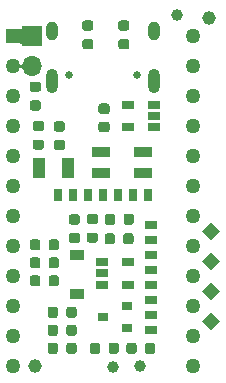
<source format=gbr>
G04 #@! TF.GenerationSoftware,KiCad,Pcbnew,(5.1.10)-1*
G04 #@! TF.CreationDate,2021-09-27T22:25:22-06:00*
G04 #@! TF.ProjectId,BlueMicro833_vddh,426c7565-4d69-4637-926f-3833335f7664,rev?*
G04 #@! TF.SameCoordinates,Original*
G04 #@! TF.FileFunction,Soldermask,Top*
G04 #@! TF.FilePolarity,Negative*
%FSLAX46Y46*%
G04 Gerber Fmt 4.6, Leading zero omitted, Abs format (unit mm)*
G04 Created by KiCad (PCBNEW (5.1.10)-1) date 2021-09-27 22:25:22*
%MOMM*%
%LPD*%
G01*
G04 APERTURE LIST*
%ADD10C,1.152000*%
%ADD11R,1.600000X0.850000*%
%ADD12C,1.270000*%
%ADD13R,1.250000X1.250000*%
%ADD14O,1.000000X2.100000*%
%ADD15C,0.650000*%
%ADD16O,1.000000X1.600000*%
%ADD17R,1.000000X0.650000*%
%ADD18R,0.650000X1.000000*%
%ADD19R,1.000000X1.800000*%
%ADD20R,1.060000X0.650000*%
%ADD21R,1.200000X0.900000*%
%ADD22R,0.900000X0.800000*%
%ADD23C,1.000000*%
%ADD24C,0.100000*%
%ADD25R,1.700000X1.700000*%
%ADD26O,1.700000X1.700000*%
G04 APERTURE END LIST*
D10*
X98086533Y-140292775D03*
X112818533Y-110828775D03*
G36*
G01*
X104153133Y-118936575D02*
X103653133Y-118936575D01*
G75*
G02*
X103428133Y-118711575I0J225000D01*
G01*
X103428133Y-118261575D01*
G75*
G02*
X103653133Y-118036575I225000J0D01*
G01*
X104153133Y-118036575D01*
G75*
G02*
X104378133Y-118261575I0J-225000D01*
G01*
X104378133Y-118711575D01*
G75*
G02*
X104153133Y-118936575I-225000J0D01*
G01*
G37*
G36*
G01*
X104153133Y-120486575D02*
X103653133Y-120486575D01*
G75*
G02*
X103428133Y-120261575I0J225000D01*
G01*
X103428133Y-119811575D01*
G75*
G02*
X103653133Y-119586575I225000J0D01*
G01*
X104153133Y-119586575D01*
G75*
G02*
X104378133Y-119811575I0J-225000D01*
G01*
X104378133Y-120261575D01*
G75*
G02*
X104153133Y-120486575I-225000J0D01*
G01*
G37*
D11*
X103677133Y-122145775D03*
X103677133Y-123895775D03*
X107177133Y-122145775D03*
X107177133Y-123895775D03*
D12*
X111421533Y-112352775D03*
X111421533Y-114892775D03*
X111421533Y-117432775D03*
X111421533Y-119972775D03*
X111421533Y-122512775D03*
X111421533Y-125052775D03*
X111421533Y-127592775D03*
X111421533Y-130132775D03*
X111421533Y-132672775D03*
X111421533Y-135212775D03*
X111421533Y-137752775D03*
X111421533Y-140292775D03*
X96181533Y-140292775D03*
X96181533Y-137752775D03*
X96181533Y-135212775D03*
X96181533Y-132672775D03*
X96181533Y-130132775D03*
X96181533Y-127592775D03*
X96181533Y-125052775D03*
X96181533Y-122512775D03*
X96181533Y-119972775D03*
X96181533Y-117432775D03*
X96181533Y-114892775D03*
D13*
X96181533Y-112352775D03*
D14*
X108121533Y-116117775D03*
X99481533Y-116117775D03*
D15*
X100911533Y-115587775D03*
D16*
X99481533Y-111937775D03*
D15*
X106691533Y-115587775D03*
D16*
X108121533Y-111937775D03*
D17*
X107842533Y-128354775D03*
X107842533Y-129624775D03*
X107842533Y-130894775D03*
X107842533Y-132164775D03*
X107842533Y-133434775D03*
X107842533Y-134704775D03*
X107842533Y-135974775D03*
X107842533Y-137244775D03*
D18*
X101238533Y-125814775D03*
X99968533Y-125814775D03*
X105048533Y-125814775D03*
X102508533Y-125814775D03*
X106318533Y-125814775D03*
X107588533Y-125814775D03*
X103778533Y-125814775D03*
G36*
G01*
X101572033Y-138512525D02*
X101572033Y-139025025D01*
G75*
G02*
X101353283Y-139243775I-218750J0D01*
G01*
X100915783Y-139243775D01*
G75*
G02*
X100697033Y-139025025I0J218750D01*
G01*
X100697033Y-138512525D01*
G75*
G02*
X100915783Y-138293775I218750J0D01*
G01*
X101353283Y-138293775D01*
G75*
G02*
X101572033Y-138512525I0J-218750D01*
G01*
G37*
G36*
G01*
X99997033Y-138512525D02*
X99997033Y-139025025D01*
G75*
G02*
X99778283Y-139243775I-218750J0D01*
G01*
X99340783Y-139243775D01*
G75*
G02*
X99122033Y-139025025I0J218750D01*
G01*
X99122033Y-138512525D01*
G75*
G02*
X99340783Y-138293775I218750J0D01*
G01*
X99778283Y-138293775D01*
G75*
G02*
X99997033Y-138512525I0J-218750D01*
G01*
G37*
G36*
G01*
X103973533Y-128103025D02*
X103973533Y-127590525D01*
G75*
G02*
X104192283Y-127371775I218750J0D01*
G01*
X104629783Y-127371775D01*
G75*
G02*
X104848533Y-127590525I0J-218750D01*
G01*
X104848533Y-128103025D01*
G75*
G02*
X104629783Y-128321775I-218750J0D01*
G01*
X104192283Y-128321775D01*
G75*
G02*
X103973533Y-128103025I0J218750D01*
G01*
G37*
G36*
G01*
X105548533Y-128103025D02*
X105548533Y-127590525D01*
G75*
G02*
X105767283Y-127371775I218750J0D01*
G01*
X106204783Y-127371775D01*
G75*
G02*
X106423533Y-127590525I0J-218750D01*
G01*
X106423533Y-128103025D01*
G75*
G02*
X106204783Y-128321775I-218750J0D01*
G01*
X105767283Y-128321775D01*
G75*
G02*
X105548533Y-128103025I0J218750D01*
G01*
G37*
D19*
X98360533Y-123528775D03*
X100860533Y-123528775D03*
D20*
X103717533Y-131468775D03*
X103717533Y-132418775D03*
X103717533Y-133368775D03*
X105917533Y-133368775D03*
X105917533Y-131468775D03*
G36*
G01*
X105777034Y-139025025D02*
X105777034Y-138512525D01*
G75*
G02*
X105995784Y-138293775I218750J0D01*
G01*
X106433284Y-138293775D01*
G75*
G02*
X106652034Y-138512525I0J-218750D01*
G01*
X106652034Y-139025025D01*
G75*
G02*
X106433284Y-139243775I-218750J0D01*
G01*
X105995784Y-139243775D01*
G75*
G02*
X105777034Y-139025025I0J218750D01*
G01*
G37*
G36*
G01*
X107352034Y-139025025D02*
X107352034Y-138512525D01*
G75*
G02*
X107570784Y-138293775I218750J0D01*
G01*
X108008284Y-138293775D01*
G75*
G02*
X108227034Y-138512525I0J-218750D01*
G01*
X108227034Y-139025025D01*
G75*
G02*
X108008284Y-139243775I-218750J0D01*
G01*
X107570784Y-139243775D01*
G75*
G02*
X107352034Y-139025025I0J218750D01*
G01*
G37*
G36*
G01*
X98596783Y-121959775D02*
X98084283Y-121959775D01*
G75*
G02*
X97865533Y-121741025I0J218750D01*
G01*
X97865533Y-121303525D01*
G75*
G02*
X98084283Y-121084775I218750J0D01*
G01*
X98596783Y-121084775D01*
G75*
G02*
X98815533Y-121303525I0J-218750D01*
G01*
X98815533Y-121741025D01*
G75*
G02*
X98596783Y-121959775I-218750J0D01*
G01*
G37*
G36*
G01*
X98596783Y-120384775D02*
X98084283Y-120384775D01*
G75*
G02*
X97865533Y-120166025I0J218750D01*
G01*
X97865533Y-119728525D01*
G75*
G02*
X98084283Y-119509775I218750J0D01*
G01*
X98596783Y-119509775D01*
G75*
G02*
X98815533Y-119728525I0J-218750D01*
G01*
X98815533Y-120166025D01*
G75*
G02*
X98596783Y-120384775I-218750J0D01*
G01*
G37*
G36*
G01*
X99862283Y-119535276D02*
X100374783Y-119535276D01*
G75*
G02*
X100593533Y-119754026I0J-218750D01*
G01*
X100593533Y-120191526D01*
G75*
G02*
X100374783Y-120410276I-218750J0D01*
G01*
X99862283Y-120410276D01*
G75*
G02*
X99643533Y-120191526I0J218750D01*
G01*
X99643533Y-119754026D01*
G75*
G02*
X99862283Y-119535276I218750J0D01*
G01*
G37*
G36*
G01*
X99862283Y-121110276D02*
X100374783Y-121110276D01*
G75*
G02*
X100593533Y-121329026I0J-218750D01*
G01*
X100593533Y-121766526D01*
G75*
G02*
X100374783Y-121985276I-218750J0D01*
G01*
X99862283Y-121985276D01*
G75*
G02*
X99643533Y-121766526I0J218750D01*
G01*
X99643533Y-121329026D01*
G75*
G02*
X99862283Y-121110276I218750J0D01*
G01*
G37*
G36*
G01*
X98342783Y-118632275D02*
X97830283Y-118632275D01*
G75*
G02*
X97611533Y-118413525I0J218750D01*
G01*
X97611533Y-117976025D01*
G75*
G02*
X97830283Y-117757275I218750J0D01*
G01*
X98342783Y-117757275D01*
G75*
G02*
X98561533Y-117976025I0J-218750D01*
G01*
X98561533Y-118413525D01*
G75*
G02*
X98342783Y-118632275I-218750J0D01*
G01*
G37*
G36*
G01*
X98342783Y-117057275D02*
X97830283Y-117057275D01*
G75*
G02*
X97611533Y-116838525I0J218750D01*
G01*
X97611533Y-116401025D01*
G75*
G02*
X97830283Y-116182275I218750J0D01*
G01*
X98342783Y-116182275D01*
G75*
G02*
X98561533Y-116401025I0J-218750D01*
G01*
X98561533Y-116838525D01*
G75*
G02*
X98342783Y-117057275I-218750J0D01*
G01*
G37*
G36*
G01*
X99997033Y-135464525D02*
X99997033Y-135977025D01*
G75*
G02*
X99778283Y-136195775I-218750J0D01*
G01*
X99340783Y-136195775D01*
G75*
G02*
X99122033Y-135977025I0J218750D01*
G01*
X99122033Y-135464525D01*
G75*
G02*
X99340783Y-135245775I218750J0D01*
G01*
X99778283Y-135245775D01*
G75*
G02*
X99997033Y-135464525I0J-218750D01*
G01*
G37*
G36*
G01*
X101572033Y-135464525D02*
X101572033Y-135977025D01*
G75*
G02*
X101353283Y-136195775I-218750J0D01*
G01*
X100915783Y-136195775D01*
G75*
G02*
X100697033Y-135977025I0J218750D01*
G01*
X100697033Y-135464525D01*
G75*
G02*
X100915783Y-135245775I218750J0D01*
G01*
X101353283Y-135245775D01*
G75*
G02*
X101572033Y-135464525I0J-218750D01*
G01*
G37*
G36*
G01*
X99198533Y-131786025D02*
X99198533Y-131273525D01*
G75*
G02*
X99417283Y-131054775I218750J0D01*
G01*
X99854783Y-131054775D01*
G75*
G02*
X100073533Y-131273525I0J-218750D01*
G01*
X100073533Y-131786025D01*
G75*
G02*
X99854783Y-132004775I-218750J0D01*
G01*
X99417283Y-132004775D01*
G75*
G02*
X99198533Y-131786025I0J218750D01*
G01*
G37*
G36*
G01*
X97623533Y-131786025D02*
X97623533Y-131273525D01*
G75*
G02*
X97842283Y-131054775I218750J0D01*
G01*
X98279783Y-131054775D01*
G75*
G02*
X98498533Y-131273525I0J-218750D01*
G01*
X98498533Y-131786025D01*
G75*
G02*
X98279783Y-132004775I-218750J0D01*
G01*
X97842283Y-132004775D01*
G75*
G02*
X97623533Y-131786025I0J218750D01*
G01*
G37*
G36*
G01*
X105523033Y-129754025D02*
X105523033Y-129241525D01*
G75*
G02*
X105741783Y-129022775I218750J0D01*
G01*
X106179283Y-129022775D01*
G75*
G02*
X106398033Y-129241525I0J-218750D01*
G01*
X106398033Y-129754025D01*
G75*
G02*
X106179283Y-129972775I-218750J0D01*
G01*
X105741783Y-129972775D01*
G75*
G02*
X105523033Y-129754025I0J218750D01*
G01*
G37*
G36*
G01*
X103948033Y-129754025D02*
X103948033Y-129241525D01*
G75*
G02*
X104166783Y-129022775I218750J0D01*
G01*
X104604283Y-129022775D01*
G75*
G02*
X104823033Y-129241525I0J-218750D01*
G01*
X104823033Y-129754025D01*
G75*
G02*
X104604283Y-129972775I-218750J0D01*
G01*
X104166783Y-129972775D01*
G75*
G02*
X103948033Y-129754025I0J218750D01*
G01*
G37*
G36*
G01*
X103168783Y-128258775D02*
X102656283Y-128258775D01*
G75*
G02*
X102437533Y-128040025I0J218750D01*
G01*
X102437533Y-127602525D01*
G75*
G02*
X102656283Y-127383775I218750J0D01*
G01*
X103168783Y-127383775D01*
G75*
G02*
X103387533Y-127602525I0J-218750D01*
G01*
X103387533Y-128040025D01*
G75*
G02*
X103168783Y-128258775I-218750J0D01*
G01*
G37*
G36*
G01*
X103168783Y-129833775D02*
X102656283Y-129833775D01*
G75*
G02*
X102437533Y-129615025I0J218750D01*
G01*
X102437533Y-129177525D01*
G75*
G02*
X102656283Y-128958775I218750J0D01*
G01*
X103168783Y-128958775D01*
G75*
G02*
X103387533Y-129177525I0J-218750D01*
G01*
X103387533Y-129615025D01*
G75*
G02*
X103168783Y-129833775I-218750J0D01*
G01*
G37*
G36*
G01*
X101644783Y-129859281D02*
X101132283Y-129859281D01*
G75*
G02*
X100913533Y-129640531I0J218750D01*
G01*
X100913533Y-129203031D01*
G75*
G02*
X101132283Y-128984281I218750J0D01*
G01*
X101644783Y-128984281D01*
G75*
G02*
X101863533Y-129203031I0J-218750D01*
G01*
X101863533Y-129640531D01*
G75*
G02*
X101644783Y-129859281I-218750J0D01*
G01*
G37*
G36*
G01*
X101644783Y-128284281D02*
X101132283Y-128284281D01*
G75*
G02*
X100913533Y-128065531I0J218750D01*
G01*
X100913533Y-127628031D01*
G75*
G02*
X101132283Y-127409281I218750J0D01*
G01*
X101644783Y-127409281D01*
G75*
G02*
X101863533Y-127628031I0J-218750D01*
G01*
X101863533Y-128065531D01*
G75*
G02*
X101644783Y-128284281I-218750J0D01*
G01*
G37*
G36*
G01*
X100073533Y-129749525D02*
X100073533Y-130262025D01*
G75*
G02*
X99854783Y-130480775I-218750J0D01*
G01*
X99417283Y-130480775D01*
G75*
G02*
X99198533Y-130262025I0J218750D01*
G01*
X99198533Y-129749525D01*
G75*
G02*
X99417283Y-129530775I218750J0D01*
G01*
X99854783Y-129530775D01*
G75*
G02*
X100073533Y-129749525I0J-218750D01*
G01*
G37*
G36*
G01*
X98498533Y-129749525D02*
X98498533Y-130262025D01*
G75*
G02*
X98279783Y-130480775I-218750J0D01*
G01*
X97842283Y-130480775D01*
G75*
G02*
X97623533Y-130262025I0J218750D01*
G01*
X97623533Y-129749525D01*
G75*
G02*
X97842283Y-129530775I218750J0D01*
G01*
X98279783Y-129530775D01*
G75*
G02*
X98498533Y-129749525I0J-218750D01*
G01*
G37*
G36*
G01*
X99997033Y-136988525D02*
X99997033Y-137501025D01*
G75*
G02*
X99778283Y-137719775I-218750J0D01*
G01*
X99340783Y-137719775D01*
G75*
G02*
X99122033Y-137501025I0J218750D01*
G01*
X99122033Y-136988525D01*
G75*
G02*
X99340783Y-136769775I218750J0D01*
G01*
X99778283Y-136769775D01*
G75*
G02*
X99997033Y-136988525I0J-218750D01*
G01*
G37*
G36*
G01*
X101572033Y-136988525D02*
X101572033Y-137501025D01*
G75*
G02*
X101353283Y-137719775I-218750J0D01*
G01*
X100915783Y-137719775D01*
G75*
G02*
X100697033Y-137501025I0J218750D01*
G01*
X100697033Y-136988525D01*
G75*
G02*
X100915783Y-136769775I218750J0D01*
G01*
X101353283Y-136769775D01*
G75*
G02*
X101572033Y-136988525I0J-218750D01*
G01*
G37*
G36*
G01*
X97623533Y-133310025D02*
X97623533Y-132797525D01*
G75*
G02*
X97842283Y-132578775I218750J0D01*
G01*
X98279783Y-132578775D01*
G75*
G02*
X98498533Y-132797525I0J-218750D01*
G01*
X98498533Y-133310025D01*
G75*
G02*
X98279783Y-133528775I-218750J0D01*
G01*
X97842283Y-133528775D01*
G75*
G02*
X97623533Y-133310025I0J218750D01*
G01*
G37*
G36*
G01*
X99198533Y-133310025D02*
X99198533Y-132797525D01*
G75*
G02*
X99417283Y-132578775I218750J0D01*
G01*
X99854783Y-132578775D01*
G75*
G02*
X100073533Y-132797525I0J-218750D01*
G01*
X100073533Y-133310025D01*
G75*
G02*
X99854783Y-133528775I-218750J0D01*
G01*
X99417283Y-133528775D01*
G75*
G02*
X99198533Y-133310025I0J218750D01*
G01*
G37*
G36*
G01*
X105153533Y-138512525D02*
X105153533Y-139025025D01*
G75*
G02*
X104934783Y-139243775I-218750J0D01*
G01*
X104497283Y-139243775D01*
G75*
G02*
X104278533Y-139025025I0J218750D01*
G01*
X104278533Y-138512525D01*
G75*
G02*
X104497283Y-138293775I218750J0D01*
G01*
X104934783Y-138293775D01*
G75*
G02*
X105153533Y-138512525I0J-218750D01*
G01*
G37*
G36*
G01*
X103578533Y-138512525D02*
X103578533Y-139025025D01*
G75*
G02*
X103359783Y-139243775I-218750J0D01*
G01*
X102922283Y-139243775D01*
G75*
G02*
X102703533Y-139025025I0J218750D01*
G01*
X102703533Y-138512525D01*
G75*
G02*
X102922283Y-138293775I218750J0D01*
G01*
X103359783Y-138293775D01*
G75*
G02*
X103578533Y-138512525I0J-218750D01*
G01*
G37*
D21*
X101642533Y-134196775D03*
X101642533Y-130896775D03*
D22*
X105817533Y-137051775D03*
X105817533Y-135151775D03*
X103817533Y-136101775D03*
D23*
X106976533Y-140292775D03*
X104665133Y-140343575D03*
X110049933Y-110523975D03*
D24*
G36*
X112945533Y-134720592D02*
G01*
X112167716Y-133942775D01*
X112945533Y-133164958D01*
X113723350Y-133942775D01*
X112945533Y-134720592D01*
G37*
G36*
X112945533Y-137260592D02*
G01*
X112167716Y-136482775D01*
X112945533Y-135704958D01*
X113723350Y-136482775D01*
X112945533Y-137260592D01*
G37*
G36*
X112945533Y-129640592D02*
G01*
X112167716Y-128862775D01*
X112945533Y-128084958D01*
X113723350Y-128862775D01*
X112945533Y-129640592D01*
G37*
G36*
X112945533Y-132180592D02*
G01*
X112167716Y-131402775D01*
X112945533Y-130624958D01*
X113723350Y-131402775D01*
X112945533Y-132180592D01*
G37*
G36*
G01*
X105835783Y-113450775D02*
X105323283Y-113450775D01*
G75*
G02*
X105104533Y-113232025I0J218750D01*
G01*
X105104533Y-112794525D01*
G75*
G02*
X105323283Y-112575775I218750J0D01*
G01*
X105835783Y-112575775D01*
G75*
G02*
X106054533Y-112794525I0J-218750D01*
G01*
X106054533Y-113232025D01*
G75*
G02*
X105835783Y-113450775I-218750J0D01*
G01*
G37*
G36*
G01*
X105835783Y-111875775D02*
X105323283Y-111875775D01*
G75*
G02*
X105104533Y-111657025I0J218750D01*
G01*
X105104533Y-111219525D01*
G75*
G02*
X105323283Y-111000775I218750J0D01*
G01*
X105835783Y-111000775D01*
G75*
G02*
X106054533Y-111219525I0J-218750D01*
G01*
X106054533Y-111657025D01*
G75*
G02*
X105835783Y-111875775I-218750J0D01*
G01*
G37*
G36*
G01*
X102787783Y-111875775D02*
X102275283Y-111875775D01*
G75*
G02*
X102056533Y-111657025I0J218750D01*
G01*
X102056533Y-111219525D01*
G75*
G02*
X102275283Y-111000775I218750J0D01*
G01*
X102787783Y-111000775D01*
G75*
G02*
X103006533Y-111219525I0J-218750D01*
G01*
X103006533Y-111657025D01*
G75*
G02*
X102787783Y-111875775I-218750J0D01*
G01*
G37*
G36*
G01*
X102787783Y-113450775D02*
X102275283Y-113450775D01*
G75*
G02*
X102056533Y-113232025I0J218750D01*
G01*
X102056533Y-112794525D01*
G75*
G02*
X102275283Y-112575775I218750J0D01*
G01*
X102787783Y-112575775D01*
G75*
G02*
X103006533Y-112794525I0J-218750D01*
G01*
X103006533Y-113232025D01*
G75*
G02*
X102787783Y-113450775I-218750J0D01*
G01*
G37*
D20*
X108152733Y-120059175D03*
X108152733Y-119109175D03*
X108152733Y-118159175D03*
X105952733Y-118159175D03*
X105952733Y-120059175D03*
D25*
X97832533Y-112352775D03*
D26*
X97832533Y-114892775D03*
D24*
G36*
X97016420Y-114665651D02*
G01*
X97016922Y-114667408D01*
X96988626Y-114809659D01*
X96988626Y-114975891D01*
X97016922Y-115118142D01*
X97016279Y-115120036D01*
X97014317Y-115120426D01*
X97013046Y-115119113D01*
X97007771Y-115101724D01*
X96996406Y-115080460D01*
X96981111Y-115061823D01*
X96962474Y-115046528D01*
X96941210Y-115035163D01*
X96918135Y-115028163D01*
X96894144Y-115025800D01*
X96870153Y-115028163D01*
X96847078Y-115035163D01*
X96825814Y-115046528D01*
X96807177Y-115061823D01*
X96791882Y-115080460D01*
X96783319Y-115096482D01*
X96781620Y-115097538D01*
X96779857Y-115096595D01*
X96779707Y-115094774D01*
X96787266Y-115076524D01*
X96811475Y-114954817D01*
X96811475Y-114830733D01*
X96787266Y-114709026D01*
X96779707Y-114690776D01*
X96779968Y-114688793D01*
X96781816Y-114688028D01*
X96783319Y-114689068D01*
X96791882Y-114705090D01*
X96807178Y-114723727D01*
X96825815Y-114739022D01*
X96847078Y-114750387D01*
X96870153Y-114757387D01*
X96894144Y-114759750D01*
X96918135Y-114757387D01*
X96941210Y-114750387D01*
X96962474Y-114739022D01*
X96981111Y-114723726D01*
X96996406Y-114705089D01*
X97007771Y-114683826D01*
X97013046Y-114666437D01*
X97014506Y-114665070D01*
X97016420Y-114665651D01*
G37*
G36*
X96983698Y-111601150D02*
G01*
X96984533Y-111602776D01*
X96984533Y-113102774D01*
X96983533Y-113104506D01*
X96981533Y-113104506D01*
X96980543Y-113102970D01*
X96978161Y-113078783D01*
X96971161Y-113055708D01*
X96959796Y-113034444D01*
X96944501Y-113015807D01*
X96925864Y-113000512D01*
X96904600Y-112989147D01*
X96881525Y-112982147D01*
X96857440Y-112979775D01*
X96806533Y-112979775D01*
X96804801Y-112978775D01*
X96804533Y-112977775D01*
X96804533Y-111727775D01*
X96805533Y-111726043D01*
X96806533Y-111725775D01*
X96857440Y-111725775D01*
X96881525Y-111723403D01*
X96904600Y-111716403D01*
X96925864Y-111705038D01*
X96944501Y-111689743D01*
X96959796Y-111671106D01*
X96971161Y-111649842D01*
X96978161Y-111626767D01*
X96980543Y-111602580D01*
X96981708Y-111600954D01*
X96983698Y-111601150D01*
G37*
M02*

</source>
